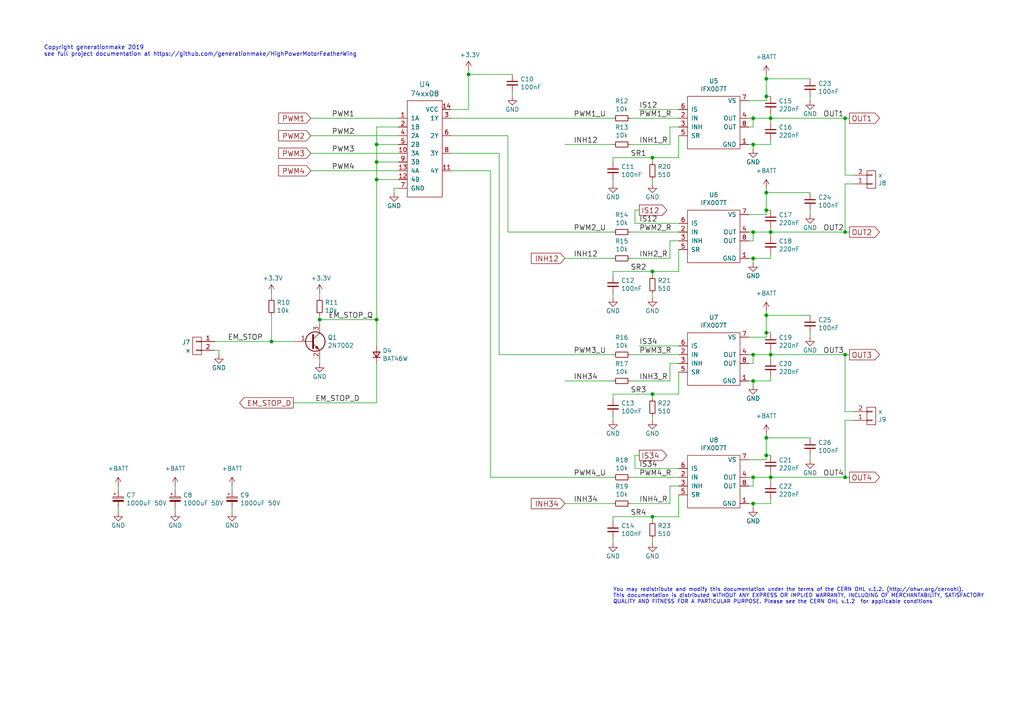
<source format=kicad_sch>
(kicad_sch (version 20211123) (generator eeschema)
  (paper "A4")
  (title_block (title "CyphalRobotController07/CAN") (date "2023-10-01") (rev "0.1") (company "generationmake") (comment 4 "This documentation describes Open Hardware and is licensed under the CERN OHL v. 1.2."))
  (lib_symbols
    (symbol "Device:C_Polarized_Small" (pin_numbers hide) (pin_names (offset 0.254) hide)
      (property "Reference" "C" (at 0.254 1.778 0))
      (property "Value" "C_Polarized_Small" (at 0.254 -2.032 0))
      (symbol "C_Polarized_Small_0_1"
        (rectangle (start -1.524 -0.3048) (end 1.524 -0.6858) (fill (type outline)))
        (rectangle (start -1.524 0.6858) (end 1.524 0.3048))
        (polyline (pts (xy -1.27 1.524) (xy -0.762 1.524)))
        (polyline (pts (xy -1.016 1.27) (xy -1.016 1.778)))
      )
      (symbol "C_Polarized_Small_1_1"
        (pin passive line (at 0 2.54 270) (length 1.8542) (name "~") (number "1"))
        (pin passive line (at 0 -2.54 90) (length 1.8542) (name "~") (number "2"))
      )
    )
    (symbol "Device:C_Small" (pin_numbers hide) (pin_names (offset 0.254) hide)
      (property "Reference" "C" (at 0.254 1.778 0))
      (property "Value" "C_Small" (at 0.254 -2.032 0))
      (symbol "C_Small_0_1"
        (polyline (pts (xy -1.524 -0.508) (xy 1.524 -0.508)) (stroke (width 0.3302)))
        (polyline (pts (xy -1.524 0.508) (xy 1.524 0.508)) (stroke (width 0.3048)))
      )
      (symbol "C_Small_1_1"
        (pin passive line (at 0 2.54 270) (length 2.032) (name "~") (number "1"))
        (pin passive line (at 0 -2.54 90) (length 2.032) (name "~") (number "2"))
      )
    )
    (symbol "Device:D_Small" (pin_numbers hide) (pin_names (offset 0.254) hide)
      (property "Reference" "D" (at -1.27 2.032 0))
      (property "Value" "D_Small" (at -3.81 -2.032 0))
      (symbol "D_Small_0_1"
        (polyline (pts (xy -0.762 -1.016) (xy -0.762 1.016)) (stroke (width 0.254)))
        (polyline (pts (xy -0.762 0) (xy 0.762 0)))
        (polyline (pts (xy 0.762 -1.016) (xy -0.762 0) (xy 0.762 1.016) (xy 0.762 -1.016)) (stroke (width 0.254)))
      )
      (symbol "D_Small_1_1"
        (pin passive line (at -2.54 0 0) (length 1.778) (name "K") (number "1"))
        (pin passive line (at 2.54 0 180) (length 1.778) (name "A") (number "2"))
      )
    )
    (symbol "Device:Q_NPN_BEC" (pin_names (offset 0) hide)
      (property "Reference" "Q" (at 5.08 1.27 0))
      (property "Value" "Q_NPN_BEC" (at 5.08 -1.27 0))
      (symbol "Q_NPN_BEC_0_1"
        (polyline (pts (xy 0.635 0.635) (xy 2.54 2.54)))
        (polyline (pts (xy 0.635 -0.635) (xy 2.54 -2.54) (xy 2.54 -2.54)))
        (polyline (pts (xy 0.635 1.905) (xy 0.635 -1.905) (xy 0.635 -1.905)) (stroke (width 0.508)))
        (polyline (pts (xy 1.27 -1.778) (xy 1.778 -1.27) (xy 2.286 -2.286) (xy 1.27 -1.778) (xy 1.27 -1.778)) (fill (type outline)))
        (circle (center 1.27 0) (radius 2.8194) (stroke (width 0.254)))
      )
      (symbol "Q_NPN_BEC_1_1"
        (pin input line (at -5.08 0 0) (length 5.715) (name "B") (number "1"))
        (pin passive line (at 2.54 -5.08 90) (length 2.54) (name "E") (number "2"))
        (pin passive line (at 2.54 5.08 270) (length 2.54) (name "C") (number "3"))
      )
    )
    (symbol "Device:R_Small" (pin_numbers hide) (pin_names (offset 0.254) hide)
      (property "Reference" "R" (at 0.762 0.508 0))
      (property "Value" "R_Small" (at 0.762 -1.016 0))
      (symbol "R_Small_0_1"
        (rectangle (start -0.762 1.778) (end 0.762 -1.778) (stroke (width 0.2032)))
      )
      (symbol "R_Small_1_1"
        (pin passive line (at 0 2.54 270) (length 0.762) (name "~") (number "1"))
        (pin passive line (at 0 -2.54 90) (length 0.762) (name "~") (number "2"))
      )
    )
    (symbol "OpenCyphalRobotController07-rescue:74xx08-IC_logic-HighPowerMotorFeatherWing-rescue" (pin_names (offset 1.016))
      (property "Reference" "U" (at 1.27 13.97 0))
      (property "Value" "74xx08-IC_logic-HighPowerMotorFeatherWing-rescue" (at 5.08 -16.51 0))
      (symbol "74xx08-IC_logic-HighPowerMotorFeatherWing-rescue_0_1"
        (rectangle (start 0 12.7) (end 10.16 -15.24))
      )
      (symbol "74xx08-IC_logic-HighPowerMotorFeatherWing-rescue_1_1"
        (pin input line (at -2.54 7.62 0) (length 2.54) (name "1A") (number "1"))
        (pin input line (at -2.54 -2.54 0) (length 2.54) (name "3A") (number "10"))
        (pin input line (at 12.7 -7.62 180) (length 2.54) (name "4Y") (number "11"))
        (pin input line (at -2.54 -10.16 0) (length 2.54) (name "4B") (number "12"))
        (pin input line (at -2.54 -7.62 0) (length 2.54) (name "4A") (number "13"))
        (pin input line (at 12.7 10.16 180) (length 2.54) (name "VCC") (number "14"))
        (pin input line (at -2.54 5.08 0) (length 2.54) (name "1B") (number "2"))
        (pin input line (at 12.7 7.62 180) (length 2.54) (name "1Y") (number "3"))
        (pin input line (at -2.54 2.54 0) (length 2.54) (name "2A") (number "4"))
        (pin input line (at -2.54 0 0) (length 2.54) (name "2B") (number "5"))
        (pin input line (at 12.7 2.54 180) (length 2.54) (name "2Y") (number "6"))
        (pin input line (at -2.54 -12.7 0) (length 2.54) (name "GND") (number "7"))
        (pin input line (at 12.7 -2.54 180) (length 2.54) (name "3Y") (number "8"))
        (pin input line (at -2.54 -5.08 0) (length 2.54) (name "3B") (number "9"))
      )
    )
    (symbol "OpenCyphalRobotController07-rescue:IFX007T-motor-driver-HighPowerMotorFeatherWing-rescue" (pin_names (offset 1.016))
      (property "Reference" "U" (at 0 8.89 0))
      (property "Value" "IFX007T-motor-driver-HighPowerMotorFeatherWing-rescue" (at 0 -8.89 0))
      (symbol "IFX007T-motor-driver-HighPowerMotorFeatherWing-rescue_0_1"
        (rectangle (start -6.35 7.62) (end 8.89 -7.62))
      )
      (symbol "IFX007T-motor-driver-HighPowerMotorFeatherWing-rescue_1_1"
        (pin input line (at 11.43 -6.35 180) (length 2.54) (name "GND") (number "1"))
        (pin input line (at -8.89 1.27 0) (length 2.54) (name "IN") (number "2"))
        (pin input line (at -8.89 -1.27 0) (length 2.54) (name "INH") (number "3"))
        (pin input line (at 11.43 1.27 180) (length 2.54) (name "OUT") (number "4"))
        (pin input line (at -8.89 -3.81 0) (length 2.54) (name "SR") (number "5"))
        (pin input line (at -8.89 3.81 0) (length 2.54) (name "IS") (number "6"))
        (pin input line (at 11.43 6.35 180) (length 2.54) (name "VS") (number "7"))
        (pin input line (at 11.43 -1.27 180) (length 2.54) (name "OUT") (number "8"))
      )
    )
    (symbol "OpenCyphalRobotController07-rescue:WR-TBL_691313710002-mechanical-connectors" (pin_names (offset 1.016) hide)
      (property "Reference" "P" (at 0 3.81 0))
      (property "Value" "WR-TBL_691313710002-mechanical-connectors" (at 2.54 0 90))
      (symbol "WR-TBL_691313710002-mechanical-connectors_0_1"
        (rectangle (start -1.27 -1.143) (end 0.254 -1.397))
        (rectangle (start -1.27 1.397) (end 0.254 1.143))
        (rectangle (start -1.27 2.54) (end 1.27 -2.54))
      )
      (symbol "WR-TBL_691313710002-mechanical-connectors_1_1"
        (pin passive line (at -5.08 1.27 0) (length 3.81) (name "P1") (number "1"))
        (pin passive line (at -5.08 -1.27 0) (length 3.81) (name "P2") (number "2"))
      )
    )
    (symbol "power:+3.3V" (power) (pin_names (offset 0))
      (property "Value" "+3.3V" (at 0 3.556 0))
      (symbol "+3.3V_0_1"
        (polyline (pts (xy -0.762 1.27) (xy 0 2.54)))
        (polyline (pts (xy 0 0) (xy 0 2.54)))
        (polyline (pts (xy 0 2.54) (xy 0.762 1.27)))
      )
      (symbol "+3.3V_1_1"
        (pin power_in line (at 0 0 90) (length 0) hide (name "+3.3V") (number "1"))
      )
    )
    (symbol "power:+BATT" (power) (pin_names (offset 0))
      (property "Value" "+BATT" (at 0 3.556 0))
      (symbol "+BATT_0_1"
        (polyline (pts (xy -0.762 1.27) (xy 0 2.54)))
        (polyline (pts (xy 0 0) (xy 0 2.54)))
        (polyline (pts (xy 0 2.54) (xy 0.762 1.27)))
      )
      (symbol "+BATT_1_1"
        (pin power_in line (at 0 0 90) (length 0) hide (name "+BATT") (number "1"))
      )
    )
    (symbol "power:GND" (power) (pin_names (offset 0))
      (property "Value" "GND" (at 0 -3.81 0))
      (symbol "GND_0_1"
        (polyline (pts (xy 0 0) (xy 0 -1.27) (xy 1.27 -1.27) (xy 0 -2.54) (xy -1.27 -1.27) (xy 0 -1.27)))
      )
      (symbol "GND_1_1"
        (pin power_in line (at 0 0 270) (length 0) hide (name "GND") (number "1"))
      )
    )
  )
  (junction (at 189.23 45.72))
  (junction (at 92.71 92.71))
  (junction (at 189.23 149.86))
  (junction (at 218.44 41.91))
  (junction (at 222.25 96.52))
  (junction (at 222.25 132.08))
  (junction (at 78.74 99.06))
  (junction (at 222.25 27.94))
  (junction (at 245.11 34.29))
  (junction (at 223.52 138.43))
  (junction (at 135.89 21.59))
  (junction (at 218.44 146.05))
  (junction (at 245.11 138.43))
  (junction (at 245.11 102.87))
  (junction (at 223.52 34.29))
  (junction (at 222.25 60.96))
  (junction (at 109.22 46.99))
  (junction (at 223.52 67.31))
  (junction (at 218.44 138.43))
  (junction (at 218.44 74.93))
  (junction (at 218.44 34.29))
  (junction (at 189.23 114.3))
  (junction (at 222.25 55.88))
  (junction (at 109.22 41.91))
  (junction (at 189.23 78.74))
  (junction (at 218.44 110.49))
  (junction (at 218.44 67.31))
  (junction (at 222.25 127))
  (junction (at 109.22 92.71))
  (junction (at 218.44 102.87))
  (junction (at 223.52 102.87))
  (junction (at 109.22 52.07))
  (junction (at 222.25 91.44))
  (junction (at 245.11 67.31))
  (junction (at 222.25 22.86))
  (wire (pts (xy 218.44 67.31) (xy 223.52 67.31)))
  (wire (pts (xy 245.11 53.34) (xy 247.65 53.34)))
  (wire (pts (xy 245.11 67.31) (xy 245.11 53.34)))
  (wire (pts (xy 185.42 60.96) (xy 184.15 60.96)))
  (wire (pts (xy 78.74 99.06) (xy 85.09 99.06)))
  (wire (pts (xy 217.17 97.79) (xy 222.25 97.79)))
  (wire (pts (xy 144.78 102.87) (xy 177.8 102.87)))
  (wire (pts (xy 115.57 52.07) (xy 109.22 52.07)))
  (wire (pts (xy 217.17 36.83) (xy 218.44 36.83)))
  (wire (pts (xy 223.52 138.43) (xy 218.44 138.43)))
  (wire (pts (xy 223.52 139.7) (xy 223.52 138.43)))
  (wire (pts (xy 234.95 91.44) (xy 222.25 91.44)))
  (wire (pts (xy 245.11 50.8) (xy 247.65 50.8)))
  (wire (pts (xy 222.25 127) (xy 222.25 132.08)))
  (wire (pts (xy 189.23 114.3) (xy 177.8 114.3)))
  (wire (pts (xy 90.17 44.45) (xy 115.57 44.45)))
  (wire (pts (xy 223.52 109.22) (xy 223.52 110.49)))
  (wire (pts (xy 189.23 78.74) (xy 196.85 78.74)))
  (wire (pts (xy 109.22 46.99) (xy 109.22 41.91)))
  (wire (pts (xy 196.85 107.95) (xy 196.85 114.3)))
  (wire (pts (xy 223.52 34.29) (xy 218.44 34.29)))
  (wire (pts (xy 144.78 44.45) (xy 144.78 102.87)))
  (wire (pts (xy 245.11 119.38) (xy 247.65 119.38)))
  (wire (pts (xy 163.83 41.91) (xy 177.8 41.91)))
  (wire (pts (xy 222.25 29.21) (xy 222.25 27.94)))
  (wire (pts (xy 163.83 74.93) (xy 177.8 74.93)))
  (wire (pts (xy 92.71 92.71) (xy 109.22 92.71)))
  (wire (pts (xy 194.31 36.83) (xy 194.31 41.91)))
  (wire (pts (xy 194.31 146.05) (xy 182.88 146.05)))
  (wire (pts (xy 177.8 52.07) (xy 177.8 53.34)))
  (wire (pts (xy 130.81 39.37) (xy 147.32 39.37)))
  (wire (pts (xy 109.22 36.83) (xy 115.57 36.83)))
  (wire (pts (xy 245.11 102.87) (xy 245.11 119.38)))
  (wire (pts (xy 67.31 148.59) (xy 67.31 147.32)))
  (wire (pts (xy 34.29 148.59) (xy 34.29 147.32)))
  (wire (pts (xy 142.24 49.53) (xy 142.24 138.43)))
  (wire (pts (xy 189.23 149.86) (xy 177.8 149.86)))
  (wire (pts (xy 62.23 101.6) (xy 63.5 101.6)))
  (wire (pts (xy 90.17 39.37) (xy 115.57 39.37)))
  (wire (pts (xy 217.17 133.35) (xy 222.25 133.35)))
  (wire (pts (xy 234.95 55.88) (xy 222.25 55.88)))
  (wire (pts (xy 218.44 34.29) (xy 217.17 34.29)))
  (wire (pts (xy 194.31 110.49) (xy 182.88 110.49)))
  (wire (pts (xy 177.8 114.3) (xy 177.8 115.57)))
  (wire (pts (xy 246.38 34.29) (xy 245.11 34.29)))
  (wire (pts (xy 90.17 34.29) (xy 115.57 34.29)))
  (wire (pts (xy 222.25 22.86) (xy 222.25 21.59)))
  (wire (pts (xy 222.25 91.44) (xy 222.25 96.52)))
  (wire (pts (xy 223.52 137.16) (xy 223.52 138.43)))
  (wire (pts (xy 50.8 142.24) (xy 50.8 140.97)))
  (wire (pts (xy 234.95 96.52) (xy 234.95 97.79)))
  (wire (pts (xy 223.52 132.08) (xy 222.25 132.08)))
  (wire (pts (xy 109.22 116.84) (xy 109.22 105.41)))
  (wire (pts (xy 222.25 22.86) (xy 234.95 22.86)))
  (wire (pts (xy 63.5 101.6) (xy 63.5 102.87)))
  (wire (pts (xy 184.15 135.89) (xy 196.85 135.89)))
  (wire (pts (xy 234.95 132.08) (xy 234.95 133.35)))
  (wire (pts (xy 222.25 125.73) (xy 222.25 127)))
  (wire (pts (xy 185.42 132.08) (xy 184.15 132.08)))
  (wire (pts (xy 222.25 62.23) (xy 222.25 60.96)))
  (wire (pts (xy 246.38 102.87) (xy 245.11 102.87)))
  (wire (pts (xy 184.15 132.08) (xy 184.15 135.89)))
  (wire (pts (xy 130.81 34.29) (xy 177.8 34.29)))
  (wire (pts (xy 234.95 60.96) (xy 234.95 62.23)))
  (wire (pts (xy 223.52 96.52) (xy 222.25 96.52)))
  (wire (pts (xy 223.52 110.49) (xy 218.44 110.49)))
  (wire (pts (xy 92.71 92.71) (xy 92.71 93.98)))
  (wire (pts (xy 196.85 34.29) (xy 182.88 34.29)))
  (wire (pts (xy 223.52 34.29) (xy 245.11 34.29)))
  (wire (pts (xy 217.17 110.49) (xy 218.44 110.49)))
  (wire (pts (xy 92.71 85.09) (xy 92.71 86.36)))
  (wire (pts (xy 218.44 69.85) (xy 217.17 69.85)))
  (wire (pts (xy 189.23 114.3) (xy 196.85 114.3)))
  (wire (pts (xy 218.44 102.87) (xy 217.17 102.87)))
  (wire (pts (xy 218.44 41.91) (xy 223.52 41.91)))
  (wire (pts (xy 90.17 49.53) (xy 115.57 49.53)))
  (wire (pts (xy 85.09 116.84) (xy 109.22 116.84)))
  (wire (pts (xy 189.23 46.99) (xy 189.23 45.72)))
  (wire (pts (xy 189.23 45.72) (xy 177.8 45.72)))
  (wire (pts (xy 196.85 67.31) (xy 182.88 67.31)))
  (wire (pts (xy 189.23 45.72) (xy 196.85 45.72)))
  (wire (pts (xy 217.17 74.93) (xy 218.44 74.93)))
  (wire (pts (xy 218.44 69.85) (xy 218.44 67.31)))
  (wire (pts (xy 245.11 121.92) (xy 247.65 121.92)))
  (wire (pts (xy 194.31 41.91) (xy 182.88 41.91)))
  (wire (pts (xy 177.8 149.86) (xy 177.8 151.13)))
  (wire (pts (xy 194.31 74.93) (xy 182.88 74.93)))
  (wire (pts (xy 218.44 146.05) (xy 223.52 146.05)))
  (wire (pts (xy 218.44 146.05) (xy 218.44 147.32)))
  (wire (pts (xy 223.52 102.87) (xy 218.44 102.87)))
  (wire (pts (xy 223.52 66.04) (xy 223.52 67.31)))
  (wire (pts (xy 163.83 110.49) (xy 177.8 110.49)))
  (wire (pts (xy 218.44 74.93) (xy 223.52 74.93)))
  (wire (pts (xy 148.59 26.67) (xy 148.59 27.94)))
  (wire (pts (xy 130.81 31.75) (xy 135.89 31.75)))
  (wire (pts (xy 223.52 67.31) (xy 245.11 67.31)))
  (wire (pts (xy 135.89 21.59) (xy 135.89 20.32)))
  (wire (pts (xy 196.85 39.37) (xy 196.85 45.72)))
  (wire (pts (xy 223.52 102.87) (xy 245.11 102.87)))
  (wire (pts (xy 196.85 140.97) (xy 194.31 140.97)))
  (wire (pts (xy 115.57 54.61) (xy 114.3 54.61)))
  (wire (pts (xy 218.44 105.41) (xy 218.44 102.87)))
  (wire (pts (xy 196.85 69.85) (xy 194.31 69.85)))
  (wire (pts (xy 234.95 127) (xy 222.25 127)))
  (wire (pts (xy 222.25 60.96) (xy 222.25 55.88)))
  (wire (pts (xy 223.52 33.02) (xy 223.52 34.29)))
  (wire (pts (xy 189.23 52.07) (xy 189.23 53.34)))
  (wire (pts (xy 223.52 104.14) (xy 223.52 102.87)))
  (wire (pts (xy 130.81 49.53) (xy 142.24 49.53)))
  (wire (pts (xy 115.57 41.91) (xy 109.22 41.91)))
  (wire (pts (xy 223.52 34.29) (xy 223.52 35.56)))
  (wire (pts (xy 177.8 45.72) (xy 177.8 46.99)))
  (wire (pts (xy 109.22 52.07) (xy 109.22 46.99)))
  (wire (pts (xy 189.23 151.13) (xy 189.23 149.86)))
  (wire (pts (xy 189.23 115.57) (xy 189.23 114.3)))
  (wire (pts (xy 223.52 146.05) (xy 223.52 144.78)))
  (wire (pts (xy 196.85 36.83) (xy 194.31 36.83)))
  (wire (pts (xy 189.23 149.86) (xy 196.85 149.86)))
  (wire (pts (xy 223.52 60.96) (xy 222.25 60.96)))
  (wire (pts (xy 163.83 146.05) (xy 177.8 146.05)))
  (wire (pts (xy 177.8 120.65) (xy 177.8 121.92)))
  (wire (pts (xy 189.23 85.09) (xy 189.23 86.36)))
  (wire (pts (xy 218.44 67.31) (xy 217.17 67.31)))
  (wire (pts (xy 246.38 67.31) (xy 245.11 67.31)))
  (wire (pts (xy 194.31 105.41) (xy 194.31 110.49)))
  (wire (pts (xy 184.15 64.77) (xy 196.85 64.77)))
  (wire (pts (xy 109.22 100.33) (xy 109.22 92.71)))
  (wire (pts (xy 189.23 156.21) (xy 189.23 157.48)))
  (wire (pts (xy 222.25 132.08) (xy 222.25 133.35)))
  (wire (pts (xy 217.17 140.97) (xy 218.44 140.97)))
  (wire (pts (xy 194.31 69.85) (xy 194.31 74.93)))
  (wire (pts (xy 135.89 21.59) (xy 148.59 21.59)))
  (wire (pts (xy 222.25 55.88) (xy 222.25 54.61)))
  (wire (pts (xy 223.52 68.58) (xy 223.52 67.31)))
  (wire (pts (xy 34.29 142.24) (xy 34.29 140.97)))
  (wire (pts (xy 78.74 85.09) (xy 78.74 86.36)))
  (wire (pts (xy 92.71 91.44) (xy 92.71 92.71)))
  (wire (pts (xy 218.44 140.97) (xy 218.44 138.43)))
  (wire (pts (xy 222.25 27.94) (xy 223.52 27.94)))
  (wire (pts (xy 92.71 104.14) (xy 92.71 105.41)))
  (wire (pts (xy 217.17 62.23) (xy 222.25 62.23)))
  (wire (pts (xy 130.81 44.45) (xy 144.78 44.45)))
  (wire (pts (xy 67.31 142.24) (xy 67.31 140.97)))
  (wire (pts (xy 223.52 41.91) (xy 223.52 40.64)))
  (wire (pts (xy 218.44 110.49) (xy 218.44 111.76)))
  (wire (pts (xy 184.15 60.96) (xy 184.15 64.77)))
  (wire (pts (xy 109.22 41.91) (xy 109.22 36.83)))
  (wire (pts (xy 245.11 138.43) (xy 245.11 121.92)))
  (wire (pts (xy 147.32 39.37) (xy 147.32 67.31)))
  (wire (pts (xy 115.57 46.99) (xy 109.22 46.99)))
  (wire (pts (xy 218.44 36.83) (xy 218.44 34.29)))
  (wire (pts (xy 196.85 138.43) (xy 182.88 138.43)))
  (wire (pts (xy 223.52 74.93) (xy 223.52 73.66)))
  (wire (pts (xy 218.44 74.93) (xy 218.44 76.2)))
  (wire (pts (xy 177.8 85.09) (xy 177.8 86.36)))
  (wire (pts (xy 223.52 138.43) (xy 245.11 138.43)))
  (wire (pts (xy 196.85 102.87) (xy 182.88 102.87)))
  (wire (pts (xy 62.23 99.06) (xy 78.74 99.06)))
  (wire (pts (xy 246.38 138.43) (xy 245.11 138.43)))
  (wire (pts (xy 222.25 96.52) (xy 222.25 97.79)))
  (wire (pts (xy 78.74 91.44) (xy 78.74 99.06)))
  (wire (pts (xy 245.11 34.29) (xy 245.11 50.8)))
  (wire (pts (xy 194.31 140.97) (xy 194.31 146.05)))
  (wire (pts (xy 222.25 90.17) (xy 222.25 91.44)))
  (wire (pts (xy 234.95 27.94) (xy 234.95 29.21)))
  (wire (pts (xy 177.8 78.74) (xy 177.8 80.01)))
  (wire (pts (xy 189.23 120.65) (xy 189.23 121.92)))
  (wire (pts (xy 189.23 78.74) (xy 177.8 78.74)))
  (wire (pts (xy 135.89 21.59) (xy 135.89 31.75)))
  (wire (pts (xy 196.85 143.51) (xy 196.85 149.86)))
  (wire (pts (xy 185.42 31.75) (xy 196.85 31.75)))
  (wire (pts (xy 50.8 148.59) (xy 50.8 147.32)))
  (wire (pts (xy 109.22 92.71) (xy 109.22 52.07)))
  (wire (pts (xy 196.85 105.41) (xy 194.31 105.41)))
  (wire (pts (xy 218.44 41.91) (xy 218.44 43.18)))
  (wire (pts (xy 185.42 100.33) (xy 196.85 100.33)))
  (wire (pts (xy 218.44 138.43) (xy 217.17 138.43)))
  (wire (pts (xy 189.23 80.01) (xy 189.23 78.74)))
  (wire (pts (xy 217.17 146.05) (xy 218.44 146.05)))
  (wire (pts (xy 217.17 41.91) (xy 218.44 41.91)))
  (wire (pts (xy 223.52 101.6) (xy 223.52 102.87)))
  (wire (pts (xy 147.32 67.31) (xy 177.8 67.31)))
  (wire (pts (xy 217.17 29.21) (xy 222.25 29.21)))
  (wire (pts (xy 196.85 72.39) (xy 196.85 78.74)))
  (wire (pts (xy 114.3 54.61) (xy 114.3 55.88)))
  (wire (pts (xy 222.25 27.94) (xy 222.25 22.86)))
  (wire (pts (xy 177.8 156.21) (xy 177.8 157.48)))
  (wire (pts (xy 217.17 105.41) (xy 218.44 105.41)))
  (wire (pts (xy 142.24 138.43) (xy 177.8 138.43)))
  (text "You may redistribute and modify this documentation under the terms of the CERN OHL v.1.2. (http://ohwr.org/cernohl). \nThis documentation is distributed WITHOUT ANY EXPRESS OR IMPLIED WARRANTY, INCLUDING OF MERCHANTABILITY, SATISFACTORY \nQUALITY AND FITNESS FOR A PARTICULAR PURPOSE. Please see the CERN OHL v.1.2  for applicable conditions" (at 177.8 175.26 0) (effects (font (size 1.0922 1.0922)) (justify left bottom)))
  (text "Copyright generationmake 2019\nsee full project documentation at https://github.com/generationmake/HighPowerMotorFeatherWing" (at 12.7 16.51 0) (effects (font (size 1.1938 1.1938)) (justify left bottom)))
  (label "PWM2_U" (at 166.37 67.31 0) (effects (font (size 1.524 1.524))))
  (label "INH1_R" (at 185.42 41.91 0) (effects (font (size 1.524 1.524))))
  (label "INH2_R" (at 185.42 74.93 0) (effects (font (size 1.524 1.524))))
  (label "INH12" (at 166.37 41.91 0) (effects (font (size 1.524 1.524))))
  (label "IS12" (at 185.42 31.75 0) (effects (font (size 1.524 1.524))))
  (label "SR1" (at 182.88 45.72 0) (effects (font (size 1.524 1.524))))
  (label "INH12" (at 166.37 74.93 0) (effects (font (size 1.524 1.524))))
  (label "IS34" (at 185.42 100.33 0) (effects (font (size 1.524 1.524))))
  (label "EM_STOP" (at 66.04 99.06 0) (effects (font (size 1.524 1.524))))
  (label "OUT2" (at 238.76 67.31 0) (effects (font (size 1.524 1.524))))
  (label "PWM1_R" (at 185.42 34.29 0) (effects (font (size 1.524 1.524))))
  (label "EM_STOP_Q" (at 95.25 92.71 0) (effects (font (size 1.524 1.524))))
  (label "PWM1" (at 102.87 34.29 180) (effects (font (size 1.524 1.524))))
  (label "PWM4_U" (at 166.37 138.43 0) (effects (font (size 1.524 1.524))))
  (label "IS12" (at 185.42 64.77 0) (effects (font (size 1.524 1.524))))
  (label "INH4_R" (at 185.42 146.05 0) (effects (font (size 1.524 1.524))))
  (label "IS34" (at 185.42 135.89 0) (effects (font (size 1.524 1.524))))
  (label "PWM3" (at 102.87 44.45 180) (effects (font (size 1.524 1.524))))
  (label "EM_STOP_D" (at 91.44 116.84 0) (effects (font (size 1.524 1.524))))
  (label "PWM4" (at 102.87 49.53 180) (effects (font (size 1.524 1.524))))
  (label "OUT3" (at 238.76 102.87 0) (effects (font (size 1.524 1.524))))
  (label "INH3_R" (at 185.42 110.49 0) (effects (font (size 1.524 1.524))))
  (label "PWM4_R" (at 185.42 138.43 0) (effects (font (size 1.524 1.524))))
  (label "SR4" (at 182.88 149.86 0) (effects (font (size 1.524 1.524))))
  (label "PWM3_R" (at 185.42 102.87 0) (effects (font (size 1.524 1.524))))
  (label "PWM2" (at 102.87 39.37 180) (effects (font (size 1.524 1.524))))
  (label "PWM2_R" (at 185.42 67.31 0) (effects (font (size 1.524 1.524))))
  (label "SR2" (at 182.88 78.74 0) (effects (font (size 1.524 1.524))))
  (label "OUT1" (at 238.76 34.29 0) (effects (font (size 1.524 1.524))))
  (label "INH34" (at 166.37 146.05 0) (effects (font (size 1.524 1.524))))
  (label "OUT4" (at 238.76 138.43 0) (effects (font (size 1.524 1.524))))
  (label "PWM1_U" (at 166.37 34.29 0) (effects (font (size 1.524 1.524))))
  (label "INH34" (at 166.37 110.49 0) (effects (font (size 1.524 1.524))))
  (label "PWM3_U" (at 166.37 102.87 0) (effects (font (size 1.524 1.524))))
  (label "SR3" (at 182.88 114.3 0) (effects (font (size 1.524 1.524))))
  (global_label "INH34" (shape input) (at 163.83 146.05 180) (effects (font (size 1.524 1.524))) (property "Referenzen zwischen Schaltplänen" "${INTERSHEET_REFS}" (effects hide)))
  (global_label "OUT4" (shape output) (at 246.38 138.43 0) (effects (font (size 1.524 1.524))) (property "Referenzen zwischen Schaltplänen" "${INTERSHEET_REFS}" (effects hide)))
  (global_label "EM_STOP_D" (shape output) (at 85.09 116.84 180) (effects (font (size 1.524 1.524))) (property "Referenzen zwischen Schaltplänen" "${INTERSHEET_REFS}" (effects hide)))
  (global_label "PWM2" (shape input) (at 90.17 39.37 180) (effects (font (size 1.524 1.524))) (property "Referenzen zwischen Schaltplänen" "${INTERSHEET_REFS}" (effects hide)))
  (global_label "PWM1" (shape input) (at 90.17 34.29 180) (effects (font (size 1.524 1.524))) (property "Referenzen zwischen Schaltplänen" "${INTERSHEET_REFS}" (effects hide)))
  (global_label "OUT2" (shape output) (at 246.38 67.31 0) (effects (font (size 1.524 1.524))) (property "Referenzen zwischen Schaltplänen" "${INTERSHEET_REFS}" (effects hide)))
  (global_label "IS34" (shape output) (at 185.42 132.08 0) (effects (font (size 1.524 1.524))) (property "Referenzen zwischen Schaltplänen" "${INTERSHEET_REFS}" (effects hide)))
  (global_label "PWM3" (shape input) (at 90.17 44.45 180) (effects (font (size 1.524 1.524))) (property "Referenzen zwischen Schaltplänen" "${INTERSHEET_REFS}" (effects hide)))
  (global_label "INH12" (shape input) (at 163.83 74.93 180) (effects (font (size 1.524 1.524))) (property "Referenzen zwischen Schaltplänen" "${INTERSHEET_REFS}" (effects hide)))
  (global_label "PWM4" (shape input) (at 90.17 49.53 180) (effects (font (size 1.524 1.524))) (property "Referenzen zwischen Schaltplänen" "${INTERSHEET_REFS}" (effects hide)))
  (global_label "OUT3" (shape output) (at 246.38 102.87 0) (effects (font (size 1.524 1.524))) (property "Referenzen zwischen Schaltplänen" "${INTERSHEET_REFS}" (effects hide)))
  (global_label "IS12" (shape output) (at 185.42 60.96 0) (effects (font (size 1.524 1.524))) (property "Referenzen zwischen Schaltplänen" "${INTERSHEET_REFS}" (effects hide)))
  (global_label "OUT1" (shape output) (at 246.38 34.29 0) (effects (font (size 1.524 1.524))) (property "Referenzen zwischen Schaltplänen" "${INTERSHEET_REFS}" (effects hide)))
  (symbol (lib_id "OpenCyphalRobotController07-rescue:WR-TBL_691313710002-mechanical-connectors") (at 252.73 52.07 0) (mirror x) (unit 1)
    (property "Reference" "J8" (at 254.7112 53.1114 0) (effects (justify left)))
    (property "Value" "x" (at 254.7112 50.8 0) (effects (justify left)))
    (property "Footprint" "Connector_Phoenix_MC:PhoenixContact_MCV_1,5_2-G-3.81_1x02_P3.81mm_Vertical" (effects hide))
  )
  (symbol (lib_id "OpenCyphalRobotController07-rescue:WR-TBL_691313710002-mechanical-connectors") (at 252.73 120.65 0) (mirror x) (unit 1)
    (property "Reference" "J9" (at 254.7112 121.6914 0) (effects (justify left)))
    (property "Value" "x" (at 254.7112 119.38 0) (effects (justify left)))
    (property "Footprint" "Connector_Phoenix_MC:PhoenixContact_MCV_1,5_2-G-3.81_1x02_P3.81mm_Vertical" (effects hide))
  )
  (symbol (lib_id "Device:C_Small") (at 223.52 134.62 0) (unit 1)
    (property "Reference" "C21" (at 225.8568 133.4516 0) (effects (justify left)))
    (property "Value" "220nF" (at 225.8568 135.763 0) (effects (justify left)))
    (property "Footprint" "Capacitor_SMD:C_0603_1608Metric" (effects hide))
  )
  (symbol (lib_id "Device:C_Small") (at 223.52 142.24 0) (unit 1)
    (property "Reference" "C22" (at 225.8568 141.0716 0) (effects (justify left)))
    (property "Value" "220nF" (at 225.8568 143.383 0) (effects (justify left)))
    (property "Footprint" "Capacitor_SMD:C_0603_1608Metric" (effects hide))
  )
  (symbol (lib_id "Device:C_Small") (at 223.52 99.06 0) (unit 1)
    (property "Reference" "C19" (at 225.8568 97.8916 0) (effects (justify left)))
    (property "Value" "220nF" (at 225.8568 100.203 0) (effects (justify left)))
    (property "Footprint" "Capacitor_SMD:C_0603_1608Metric" (effects hide))
  )
  (symbol (lib_id "Device:C_Small") (at 223.52 106.68 0) (unit 1)
    (property "Reference" "C20" (at 225.8568 105.5116 0) (effects (justify left)))
    (property "Value" "220nF" (at 225.8568 107.823 0) (effects (justify left)))
    (property "Footprint" "Capacitor_SMD:C_0603_1608Metric" (effects hide))
  )
  (symbol (lib_id "Device:C_Small") (at 223.52 63.5 0) (unit 1)
    (property "Reference" "C17" (at 225.8568 62.3316 0) (effects (justify left)))
    (property "Value" "220nF" (at 225.8568 64.643 0) (effects (justify left)))
    (property "Footprint" "Capacitor_SMD:C_0603_1608Metric" (effects hide))
  )
  (symbol (lib_id "Device:C_Small") (at 223.52 71.12 0) (unit 1)
    (property "Reference" "C18" (at 225.8568 69.9516 0) (effects (justify left)))
    (property "Value" "220nF" (at 225.8568 72.263 0) (effects (justify left)))
    (property "Footprint" "Capacitor_SMD:C_0603_1608Metric" (effects hide))
  )
  (symbol (lib_id "Device:C_Small") (at 223.52 30.48 0) (unit 1)
    (property "Reference" "C15" (at 225.8568 29.3116 0) (effects (justify left)))
    (property "Value" "220nF" (at 225.8568 31.623 0) (effects (justify left)))
    (property "Footprint" "Capacitor_SMD:C_0603_1608Metric" (effects hide))
  )
  (symbol (lib_id "Device:C_Small") (at 223.52 38.1 0) (unit 1)
    (property "Reference" "C16" (at 225.8568 36.9316 0) (effects (justify left)))
    (property "Value" "220nF" (at 225.8568 39.243 0) (effects (justify left)))
    (property "Footprint" "Capacitor_SMD:C_0603_1608Metric" (effects hide))
  )
  (symbol (lib_id "OpenCyphalRobotController07-rescue:IFX007T-motor-driver-HighPowerMotorFeatherWing-rescue") (at 205.74 35.56 0) (unit 1)
    (property "Reference" "U5" (at 207.01 23.495 0))
    (property "Value" "IFX007T" (at 207.01 25.8064 0))
    (property "Footprint" "Package_TO_SOT_SMD:TO-263-7_TabPin8" (effects hide))
  )
  (symbol (lib_id "OpenCyphalRobotController07-rescue:IFX007T-motor-driver-HighPowerMotorFeatherWing-rescue") (at 205.74 68.58 0) (unit 1)
    (property "Reference" "U6" (at 207.01 56.515 0))
    (property "Value" "IFX007T" (at 207.01 58.8264 0))
    (property "Footprint" "Package_TO_SOT_SMD:TO-263-7_TabPin8" (effects hide))
  )
  (symbol (lib_id "Device:C_Small") (at 234.95 25.4 0) (unit 1)
    (property "Reference" "C23" (at 237.2868 24.2316 0) (effects (justify left)))
    (property "Value" "100nF" (at 237.2868 26.543 0) (effects (justify left)))
    (property "Footprint" "Capacitor_SMD:C_0603_1608Metric" (effects hide))
  )
  (symbol (lib_id "OpenCyphalRobotController07-rescue:IFX007T-motor-driver-HighPowerMotorFeatherWing-rescue") (at 205.74 104.14 0) (unit 1)
    (property "Reference" "U7" (at 207.01 92.075 0))
    (property "Value" "IFX007T" (at 207.01 94.3864 0))
    (property "Footprint" "Package_TO_SOT_SMD:TO-263-7_TabPin8" (effects hide))
  )
  (symbol (lib_id "Device:C_Small") (at 234.95 58.42 0) (unit 1)
    (property "Reference" "C24" (at 237.2868 57.2516 0) (effects (justify left)))
    (property "Value" "100nF" (at 237.2868 59.563 0) (effects (justify left)))
    (property "Footprint" "Capacitor_SMD:C_0603_1608Metric" (effects hide))
  )
  (symbol (lib_id "OpenCyphalRobotController07-rescue:IFX007T-motor-driver-HighPowerMotorFeatherWing-rescue") (at 205.74 139.7 0) (unit 1)
    (property "Reference" "U8" (at 207.01 127.635 0))
    (property "Value" "IFX007T" (at 207.01 129.9464 0))
    (property "Footprint" "Package_TO_SOT_SMD:TO-263-7_TabPin8" (effects hide))
  )
  (symbol (lib_id "power:GND") (at 218.44 147.32 0) (unit 1)
    (property "Reference" "#PWR061" (effects hide))
    (property "Value" "GND" (at 218.44 151.13 0))
  )
  (symbol (lib_id "power:GND") (at 218.44 111.76 0) (unit 1)
    (property "Reference" "#PWR060" (effects hide))
    (property "Value" "GND" (at 218.44 115.57 0))
  )
  (symbol (lib_id "Device:C_Small") (at 234.95 93.98 0) (unit 1)
    (property "Reference" "C25" (at 237.2868 92.8116 0) (effects (justify left)))
    (property "Value" "100nF" (at 237.2868 95.123 0) (effects (justify left)))
    (property "Footprint" "Capacitor_SMD:C_0603_1608Metric" (effects hide))
  )
  (symbol (lib_id "power:GND") (at 218.44 76.2 0) (unit 1)
    (property "Reference" "#PWR059" (effects hide))
    (property "Value" "GND" (at 218.44 80.01 0))
  )
  (symbol (lib_id "power:GND") (at 218.44 43.18 0) (unit 1)
    (property "Reference" "#PWR058" (effects hide))
    (property "Value" "GND" (at 218.44 46.99 0))
  )
  (symbol (lib_id "Device:C_Small") (at 234.95 129.54 0) (unit 1)
    (property "Reference" "C26" (at 237.2868 128.3716 0) (effects (justify left)))
    (property "Value" "100nF" (at 237.2868 130.683 0) (effects (justify left)))
    (property "Footprint" "Capacitor_SMD:C_0603_1608Metric" (effects hide))
  )
  (symbol (lib_id "power:GND") (at 234.95 133.35 0) (unit 1)
    (property "Reference" "#PWR069" (effects hide))
    (property "Value" "GND" (at 234.95 137.16 0))
  )
  (symbol (lib_id "power:GND") (at 234.95 97.79 0) (unit 1)
    (property "Reference" "#PWR068" (effects hide))
    (property "Value" "GND" (at 234.95 101.6 0))
  )
  (symbol (lib_id "power:GND") (at 234.95 62.23 0) (unit 1)
    (property "Reference" "#PWR067" (effects hide))
    (property "Value" "GND" (at 234.95 66.04 0))
  )
  (symbol (lib_id "power:GND") (at 234.95 29.21 0) (unit 1)
    (property "Reference" "#PWR066" (effects hide))
    (property "Value" "GND" (at 234.95 33.02 0))
  )
  (symbol (lib_id "Device:R_Small") (at 189.23 49.53 0) (unit 1)
    (property "Reference" "R20" (at 190.7286 48.3616 0) (effects (justify left)))
    (property "Value" "510" (at 190.7286 50.673 0) (effects (justify left)))
    (property "Footprint" "Resistor_SMD:R_0603_1608Metric" (effects hide))
  )
  (symbol (lib_id "Device:C_Small") (at 177.8 49.53 0) (unit 1)
    (property "Reference" "C11" (at 180.1368 48.3616 0) (effects (justify left)))
    (property "Value" "100nF" (at 180.1368 50.673 0) (effects (justify left)))
    (property "Footprint" "Capacitor_SMD:C_0603_1608Metric" (effects hide))
  )
  (symbol (lib_id "power:GND") (at 189.23 53.34 0) (unit 1)
    (property "Reference" "#PWR054" (effects hide))
    (property "Value" "GND" (at 189.23 57.15 0))
  )
  (symbol (lib_id "power:GND") (at 177.8 53.34 0) (unit 1)
    (property "Reference" "#PWR050" (effects hide))
    (property "Value" "GND" (at 177.8 57.15 0))
  )
  (symbol (lib_id "Device:R_Small") (at 189.23 82.55 0) (unit 1)
    (property "Reference" "R21" (at 190.7286 81.3816 0) (effects (justify left)))
    (property "Value" "510" (at 190.7286 83.693 0) (effects (justify left)))
    (property "Footprint" "Resistor_SMD:R_0603_1608Metric" (effects hide))
  )
  (symbol (lib_id "Device:C_Small") (at 177.8 82.55 0) (unit 1)
    (property "Reference" "C12" (at 180.1368 81.3816 0) (effects (justify left)))
    (property "Value" "100nF" (at 180.1368 83.693 0) (effects (justify left)))
    (property "Footprint" "Capacitor_SMD:C_0603_1608Metric" (effects hide))
  )
  (symbol (lib_id "power:GND") (at 189.23 86.36 0) (unit 1)
    (property "Reference" "#PWR055" (effects hide))
    (property "Value" "GND" (at 189.23 90.17 0))
  )
  (symbol (lib_id "power:GND") (at 177.8 86.36 0) (unit 1)
    (property "Reference" "#PWR051" (effects hide))
    (property "Value" "GND" (at 177.8 90.17 0))
  )
  (symbol (lib_id "Device:R_Small") (at 189.23 118.11 0) (unit 1)
    (property "Reference" "R22" (at 190.7286 116.9416 0) (effects (justify left)))
    (property "Value" "510" (at 190.7286 119.253 0) (effects (justify left)))
    (property "Footprint" "Resistor_SMD:R_0603_1608Metric" (effects hide))
  )
  (symbol (lib_id "Device:C_Small") (at 177.8 118.11 0) (unit 1)
    (property "Reference" "C13" (at 180.1368 116.9416 0) (effects (justify left)))
    (property "Value" "100nF" (at 180.1368 119.253 0) (effects (justify left)))
    (property "Footprint" "Capacitor_SMD:C_0603_1608Metric" (effects hide))
  )
  (symbol (lib_id "power:GND") (at 189.23 121.92 0) (unit 1)
    (property "Reference" "#PWR056" (effects hide))
    (property "Value" "GND" (at 189.23 125.73 0))
  )
  (symbol (lib_id "power:GND") (at 177.8 121.92 0) (unit 1)
    (property "Reference" "#PWR052" (effects hide))
    (property "Value" "GND" (at 177.8 125.73 0))
  )
  (symbol (lib_id "Device:R_Small") (at 189.23 153.67 0) (unit 1)
    (property "Reference" "R23" (at 190.7286 152.5016 0) (effects (justify left)))
    (property "Value" "510" (at 190.7286 154.813 0) (effects (justify left)))
    (property "Footprint" "Resistor_SMD:R_0603_1608Metric" (effects hide))
  )
  (symbol (lib_id "power:GND") (at 189.23 157.48 0) (unit 1)
    (property "Reference" "#PWR057" (effects hide))
    (property "Value" "GND" (at 189.23 161.29 0))
  )
  (symbol (lib_id "power:GND") (at 177.8 157.48 0) (unit 1)
    (property "Reference" "#PWR053" (effects hide))
    (property "Value" "GND" (at 177.8 161.29 0))
  )
  (symbol (lib_id "Device:R_Small") (at 180.34 41.91 270) (unit 1)
    (property "Reference" "R13" (at 180.34 36.9316 90))
    (property "Value" "10k" (at 180.34 39.243 90))
    (property "Footprint" "Resistor_SMD:R_0603_1608Metric" (effects hide))
  )
  (symbol (lib_id "Device:R_Small") (at 180.34 34.29 270) (unit 1)
    (property "Reference" "R12" (at 180.34 29.3116 90))
    (property "Value" "10k" (at 180.34 31.623 90))
    (property "Footprint" "Resistor_SMD:R_0603_1608Metric" (effects hide))
  )
  (symbol (lib_id "Device:R_Small") (at 180.34 74.93 270) (unit 1)
    (property "Reference" "R15" (at 180.34 69.9516 90))
    (property "Value" "10k" (at 180.34 72.263 90))
    (property "Footprint" "Resistor_SMD:R_0603_1608Metric" (effects hide))
  )
  (symbol (lib_id "Device:R_Small") (at 180.34 67.31 270) (unit 1)
    (property "Reference" "R14" (at 180.34 62.3316 90))
    (property "Value" "10k" (at 180.34 64.643 90))
    (property "Footprint" "Resistor_SMD:R_0603_1608Metric" (effects hide))
  )
  (symbol (lib_id "Device:R_Small") (at 180.34 110.49 270) (unit 1)
    (property "Reference" "R17" (at 180.34 105.5116 90))
    (property "Value" "10k" (at 180.34 107.823 90))
    (property "Footprint" "Resistor_SMD:R_0603_1608Metric" (effects hide))
  )
  (symbol (lib_id "Device:R_Small") (at 180.34 102.87 270) (unit 1)
    (property "Reference" "R16" (at 180.34 97.8916 90))
    (property "Value" "10k" (at 180.34 100.203 90))
    (property "Footprint" "Resistor_SMD:R_0603_1608Metric" (effects hide))
  )
  (symbol (lib_id "Device:R_Small") (at 180.34 146.05 270) (unit 1)
    (property "Reference" "R19" (at 180.34 141.0716 90))
    (property "Value" "10k" (at 180.34 143.383 90))
    (property "Footprint" "Resistor_SMD:R_0603_1608Metric" (effects hide))
  )
  (symbol (lib_id "Device:R_Small") (at 180.34 138.43 270) (unit 1)
    (property "Reference" "R18" (at 180.34 133.4516 90))
    (property "Value" "10k" (at 180.34 135.763 90))
    (property "Footprint" "Resistor_SMD:R_0603_1608Metric" (effects hide))
  )
  (symbol (lib_id "Device:C_Small") (at 177.8 153.67 0) (unit 1)
    (property "Reference" "C14" (at 180.1368 152.5016 0) (effects (justify left)))
    (property "Value" "100nF" (at 180.1368 154.813 0) (effects (justify left)))
    (property "Footprint" "Capacitor_SMD:C_0603_1608Metric" (effects hide))
  )
  (symbol (lib_id "Device:C_Polarized_Small") (at 34.29 144.78 0) (unit 1)
    (property "Reference" "C7" (at 36.6014 143.6116 0) (effects (justify left)))
    (property "Value" "1000uF 50V" (at 36.6014 145.923 0) (effects (justify left)))
    (property "Footprint" "Capacitor_THT:CP_Radial_D16.0mm_P7.50mm" (effects hide))
  )
  (symbol (lib_id "power:GND") (at 34.29 148.59 0) (unit 1)
    (property "Reference" "#PWR038" (effects hide))
    (property "Value" "GND" (at 34.29 152.4 0))
  )
  (symbol (lib_id "Device:C_Polarized_Small") (at 50.8 144.78 0) (unit 1)
    (property "Reference" "C8" (at 53.1114 143.6116 0) (effects (justify left)))
    (property "Value" "1000uF 50V" (at 53.1114 145.923 0) (effects (justify left)))
    (property "Footprint" "Capacitor_THT:CP_Radial_D16.0mm_P7.50mm" (effects hide))
  )
  (symbol (lib_id "power:GND") (at 50.8 148.59 0) (unit 1)
    (property "Reference" "#PWR040" (effects hide))
    (property "Value" "GND" (at 50.8 152.4 0))
  )
  (symbol (lib_id "Device:C_Polarized_Small") (at 67.31 144.78 0) (unit 1)
    (property "Reference" "C9" (at 69.6214 143.6116 0) (effects (justify left)))
    (property "Value" "1000uF 50V" (at 69.6214 145.923 0) (effects (justify left)))
    (property "Footprint" "Capacitor_THT:CP_Radial_D16.0mm_P7.50mm" (effects hide))
  )
  (symbol (lib_id "power:GND") (at 67.31 148.59 0) (unit 1)
    (property "Reference" "#PWR043" (effects hide))
    (property "Value" "GND" (at 67.31 152.4 0))
  )
  (symbol (lib_id "OpenCyphalRobotController07-rescue:74xx08-IC_logic-HighPowerMotorFeatherWing-rescue") (at 118.11 41.91 0) (unit 1)
    (property "Reference" "U4" (at 123.19 24.4602 0) (effects (font (size 1.524 1.524))))
    (property "Value" "74xx08" (at 123.19 27.1526 0) (effects (font (size 1.524 1.524))))
    (property "Footprint" "Package_SO:SOIC-14_3.9x8.7mm_P1.27mm" (effects hide))
  )
  (symbol (lib_id "Device:C_Small") (at 148.59 24.13 0) (unit 1)
    (property "Reference" "C10" (at 150.9268 22.9616 0) (effects (justify left)))
    (property "Value" "100nF" (at 150.9268 25.273 0) (effects (justify left)))
    (property "Footprint" "Capacitor_SMD:C_0603_1608Metric" (effects hide))
  )
  (symbol (lib_id "power:GND") (at 148.59 27.94 0) (unit 1)
    (property "Reference" "#PWR049" (effects hide))
    (property "Value" "GND" (at 148.59 31.75 0))
  )
  (symbol (lib_id "power:+3.3V") (at 135.89 20.32 0) (unit 1)
    (property "Reference" "#PWR048" (effects hide))
    (property "Value" "+3V3" (at 136.271 15.9258 0))
  )
  (symbol (lib_id "power:GND") (at 114.3 55.88 0) (unit 1)
    (property "Reference" "#PWR047" (effects hide))
    (property "Value" "GND" (at 114.3 59.69 0))
  )
  (symbol (lib_id "Device:R_Small") (at 78.74 88.9 0) (unit 1)
    (property "Reference" "R10" (at 80.2386 87.7316 0) (effects (justify left)))
    (property "Value" "10k" (at 80.2386 90.043 0) (effects (justify left)))
    (property "Footprint" "Resistor_SMD:R_0603_1608Metric" (effects hide))
  )
  (symbol (lib_id "Device:Q_NPN_BEC") (at 90.17 99.06 0) (unit 1)
    (property "Reference" "Q1" (at 95.0214 97.8916 0) (effects (justify left)))
    (property "Value" "2N7002" (at 95.0214 100.203 0) (effects (justify left)))
    (property "Footprint" "Package_TO_SOT_SMD:SOT-23" (effects hide))
  )
  (symbol (lib_id "Device:R_Small") (at 92.71 88.9 0) (unit 1)
    (property "Reference" "R11" (at 94.2086 87.7316 0) (effects (justify left)))
    (property "Value" "10k" (at 94.2086 90.043 0) (effects (justify left)))
    (property "Footprint" "Resistor_SMD:R_0603_1608Metric" (effects hide))
  )
  (symbol (lib_id "power:GND") (at 92.71 105.41 0) (unit 1)
    (property "Reference" "#PWR046" (effects hide))
    (property "Value" "GND" (at 92.71 109.22 0))
  )
  (symbol (lib_id "power:+3.3V") (at 92.71 85.09 0) (unit 1)
    (property "Reference" "#PWR045" (effects hide))
    (property "Value" "+3V3" (at 93.091 80.6958 0))
  )
  (symbol (lib_id "power:+3.3V") (at 78.74 85.09 0) (unit 1)
    (property "Reference" "#PWR044" (effects hide))
    (property "Value" "+3V3" (at 79.121 80.6958 0))
  )
  (symbol (lib_id "OpenCyphalRobotController07-rescue:WR-TBL_691313710002-mechanical-connectors") (at 57.15 100.33 0) (mirror y) (unit 1)
    (property "Reference" "J7" (at 55.1688 99.2886 0) (effects (justify left)))
    (property "Value" "x" (at 55.1688 101.6 0) (effects (justify left)))
    (property "Footprint" "Connector_Phoenix_MC:PhoenixContact_MCV_1,5_2-G-3.81_1x02_P3.81mm_Vertical" (effects hide))
  )
  (symbol (lib_id "power:GND") (at 63.5 102.87 0) (unit 1)
    (property "Reference" "#PWR041" (effects hide))
    (property "Value" "GND" (at 63.5 106.68 0))
  )
  (symbol (lib_id "Device:D_Small") (at 109.22 102.87 90) (unit 1)
    (property "Reference" "D4" (at 110.9472 101.7016 90) (effects (justify right)))
    (property "Value" "BAT46W" (at 110.9472 104.013 90) (effects (justify right)))
    (property "Footprint" "Diode_SMD:D_SOD-123" (effects hide))
  )
  (symbol (lib_id "power:+BATT") (at 222.25 90.17 0) (unit 1)
    (property "Reference" "#PWR064" (effects hide))
    (property "Value" "+BATT" (at 222.25 85.09 0))
  )
  (symbol (lib_id "power:+BATT") (at 67.31 140.97 0) (unit 1)
    (property "Reference" "#PWR042" (effects hide))
    (property "Value" "+BATT" (at 67.31 135.89 0))
  )
  (symbol (lib_id "power:+BATT") (at 34.29 140.97 0) (unit 1)
    (property "Reference" "#PWR037" (effects hide))
    (property "Value" "+BATT" (at 34.29 135.89 0))
  )
  (symbol (lib_id "power:+BATT") (at 222.25 54.61 0) (unit 1)
    (property "Reference" "#PWR063" (effects hide))
    (property "Value" "+BATT" (at 222.25 49.53 0))
  )
  (symbol (lib_id "power:+BATT") (at 50.8 140.97 0) (unit 1)
    (property "Reference" "#PWR039" (effects hide))
    (property "Value" "+BATT" (at 50.8 135.89 0))
  )
  (symbol (lib_id "power:+BATT") (at 222.25 125.73 0) (unit 1)
    (property "Reference" "#PWR065" (effects hide))
    (property "Value" "+BATT" (at 222.25 120.65 0))
  )
  (symbol (lib_id "power:+BATT") (at 222.25 21.59 0) (unit 1)
    (property "Reference" "#PWR062" (effects hide))
    (property "Value" "+BATT" (at 222.25 16.51 0))
  )
)
</source>
